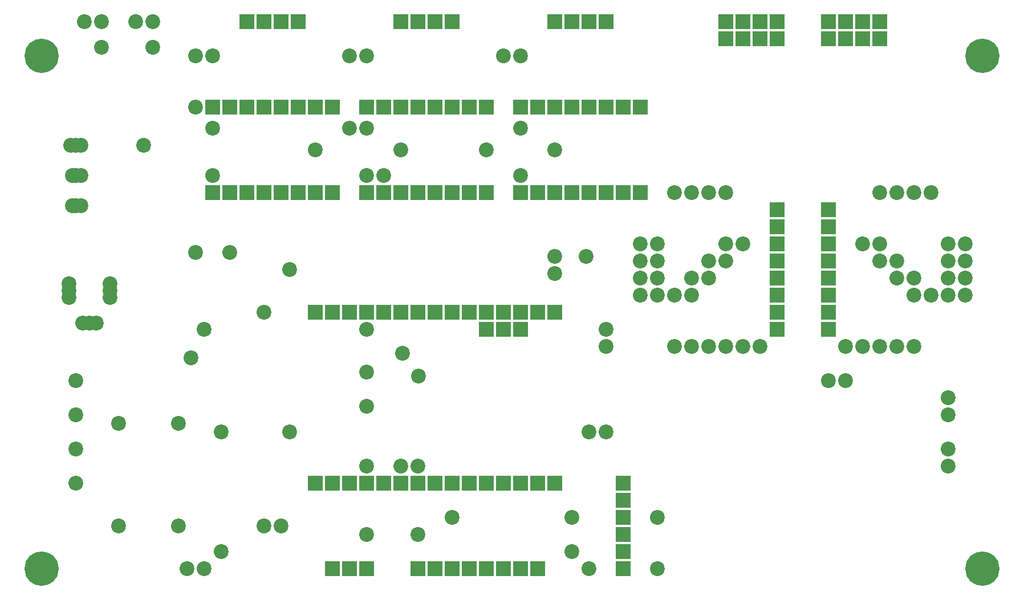
<source format=gbr>
%TF.GenerationSoftware,KiCad,Pcbnew,(5.1.6)-1*%
%TF.CreationDate,2022-03-05T10:06:30-05:00*%
%TF.ProjectId,controller,636f6e74-726f-46c6-9c65-722e6b696361,rev?*%
%TF.SameCoordinates,Original*%
%TF.FileFunction,Soldermask,Bot*%
%TF.FilePolarity,Negative*%
%FSLAX46Y46*%
G04 Gerber Fmt 4.6, Leading zero omitted, Abs format (unit mm)*
G04 Created by KiCad (PCBNEW (5.1.6)-1) date 2022-03-05 10:06:30*
%MOMM*%
%LPD*%
G01*
G04 APERTURE LIST*
%ADD10C,2.200000*%
%ADD11R,2.200000X2.200000*%
%ADD12C,5.100000*%
G04 APERTURE END LIST*
D10*
%TO.C,SW1*%
X10160000Y61540000D03*
X10160000Y66040000D03*
X10160000Y70540000D03*
X10922000Y70540000D03*
X9398000Y70540000D03*
X10922000Y66040000D03*
X9652000Y66040000D03*
X10922000Y61540000D03*
X9652000Y61540000D03*
%TD*%
%TO.C,J11*%
X13208000Y44069000D03*
X12192000Y44069000D03*
X11176000Y44069000D03*
X15240000Y47879000D03*
X15240000Y48895000D03*
X15240000Y49911000D03*
X9144000Y47879000D03*
X9144000Y48895000D03*
X9144000Y49911000D03*
%TD*%
%TO.C,R8*%
X106680000Y55880000D03*
X106680000Y63500000D03*
%TD*%
D11*
%TO.C,J15*%
X109220000Y86360000D03*
X109220000Y88900000D03*
%TD*%
%TO.C,U1*%
X45720000Y20320000D03*
X48260000Y20320000D03*
X50800000Y20320000D03*
X53340000Y20320000D03*
X55880000Y20320000D03*
X58420000Y20320000D03*
X60960000Y20320000D03*
X63500000Y20320000D03*
X66040000Y20320000D03*
X68580000Y20320000D03*
X71120000Y20320000D03*
X73660000Y20320000D03*
X76200000Y20320000D03*
X78740000Y20320000D03*
X81280000Y20320000D03*
X81280000Y45720000D03*
X78740000Y45720000D03*
X76200000Y45720000D03*
X73660000Y45720000D03*
X71120000Y45720000D03*
X68580000Y45720000D03*
X66040000Y45720000D03*
X63500000Y45720000D03*
X60960000Y45720000D03*
X58420000Y45720000D03*
X55880000Y45720000D03*
X53340000Y45720000D03*
X50800000Y45720000D03*
X48260000Y45720000D03*
X45720000Y45720000D03*
%TD*%
D10*
%TO.C,C1*%
X30480000Y83820000D03*
X27940000Y83820000D03*
%TD*%
%TO.C,C2*%
X50800000Y83820000D03*
X53340000Y83820000D03*
%TD*%
%TO.C,C4*%
X81280000Y53975000D03*
X81280000Y51435000D03*
%TD*%
%TO.C,C3*%
X76200000Y83820000D03*
X73660000Y83820000D03*
%TD*%
%TO.C,C6*%
X96520000Y48260000D03*
X93980000Y48260000D03*
%TD*%
%TO.C,C7*%
X93980000Y50800000D03*
X96520000Y50800000D03*
%TD*%
%TO.C,C8*%
X96520000Y53340000D03*
X93980000Y53340000D03*
%TD*%
%TO.C,C9*%
X93980000Y55880000D03*
X96520000Y55880000D03*
%TD*%
%TO.C,C10*%
X139700000Y55880000D03*
X142240000Y55880000D03*
%TD*%
%TO.C,C11*%
X142240000Y53340000D03*
X139700000Y53340000D03*
%TD*%
%TO.C,C12*%
X139700000Y50800000D03*
X142240000Y50800000D03*
%TD*%
%TO.C,C14*%
X142240000Y48260000D03*
X139700000Y48260000D03*
%TD*%
D11*
%TO.C,J8*%
X71120000Y43180000D03*
%TD*%
%TO.C,J9*%
X73660000Y43180000D03*
%TD*%
%TO.C,J10*%
X76200000Y43180000D03*
%TD*%
%TO.C,J14*%
X106680000Y88900000D03*
X106680000Y86360000D03*
%TD*%
%TO.C,J23*%
X53340000Y7620000D03*
X50800000Y7620000D03*
X48260000Y7620000D03*
%TD*%
%TO.C,J22*%
X78740000Y7620000D03*
X76200000Y7620000D03*
X73660000Y7620000D03*
X71120000Y7620000D03*
X68580000Y7620000D03*
X66040000Y7620000D03*
X63500000Y7620000D03*
X60960000Y7620000D03*
%TD*%
%TO.C,J16*%
X111760000Y88900000D03*
X111760000Y86360000D03*
%TD*%
%TO.C,J17*%
X114300000Y88900000D03*
X114300000Y86360000D03*
%TD*%
%TO.C,J18*%
X121920000Y88900000D03*
X121920000Y86360000D03*
%TD*%
%TO.C,J19*%
X124460000Y86360000D03*
X124460000Y88900000D03*
%TD*%
%TO.C,J20*%
X127000000Y86360000D03*
X127000000Y88900000D03*
%TD*%
%TO.C,J21*%
X129540000Y88900000D03*
X129540000Y86360000D03*
%TD*%
%TO.C,M1*%
X48260000Y63500000D03*
X45720000Y63500000D03*
X43180000Y63500000D03*
X40640000Y63500000D03*
X38100000Y63500000D03*
X35560000Y63500000D03*
X33020000Y63500000D03*
X30480000Y63500000D03*
X48260000Y76200000D03*
X45720000Y76200000D03*
X43180000Y76200000D03*
X40640000Y76200000D03*
X38100000Y76200000D03*
X35560000Y76200000D03*
X33020000Y76200000D03*
X30480000Y76200000D03*
%TD*%
%TO.C,M2*%
X71120000Y63500000D03*
X68580000Y63500000D03*
X66040000Y63500000D03*
X63500000Y63500000D03*
X60960000Y63500000D03*
X58420000Y63500000D03*
X55880000Y63500000D03*
X53340000Y63500000D03*
X71120000Y76200000D03*
X68580000Y76200000D03*
X66040000Y76200000D03*
X63500000Y76200000D03*
X60960000Y76200000D03*
X58420000Y76200000D03*
X55880000Y76200000D03*
X53340000Y76200000D03*
%TD*%
%TO.C,M3*%
X76200000Y76200000D03*
X78740000Y76200000D03*
X81280000Y76200000D03*
X83820000Y76200000D03*
X86360000Y76200000D03*
X88900000Y76200000D03*
X91440000Y76200000D03*
X93980000Y76200000D03*
X76200000Y63500000D03*
X78740000Y63500000D03*
X81280000Y63500000D03*
X83820000Y63500000D03*
X86360000Y63500000D03*
X88900000Y63500000D03*
X91440000Y63500000D03*
X93980000Y63500000D03*
%TD*%
%TO.C,M5*%
X91440000Y20320000D03*
X91440000Y17780000D03*
X91440000Y15240000D03*
X91440000Y12700000D03*
X91440000Y10160000D03*
X91440000Y7620000D03*
%TD*%
D10*
%TO.C,R11*%
X96520000Y7620000D03*
X96520000Y15240000D03*
%TD*%
%TO.C,R1*%
X101600000Y40640000D03*
X101600000Y48260000D03*
%TD*%
%TO.C,R2*%
X99060000Y48260000D03*
X99060000Y63500000D03*
%TD*%
%TO.C,R3*%
X104140000Y40640000D03*
X104140000Y50800000D03*
%TD*%
%TO.C,R4*%
X101600000Y50800000D03*
X101600000Y63500000D03*
%TD*%
%TO.C,R5*%
X106680000Y53340000D03*
X106680000Y40640000D03*
%TD*%
%TO.C,R6*%
X104140000Y53340000D03*
X104140000Y63500000D03*
%TD*%
%TO.C,R7*%
X109220000Y55880000D03*
X109220000Y40640000D03*
%TD*%
%TO.C,R9*%
X127000000Y40640000D03*
X127000000Y55880000D03*
%TD*%
%TO.C,R10*%
X129540000Y63500000D03*
X129540000Y55880000D03*
%TD*%
%TO.C,R12*%
X129540000Y40640000D03*
X129540000Y53340000D03*
%TD*%
%TO.C,R13*%
X132080000Y63500000D03*
X132080000Y53340000D03*
%TD*%
%TO.C,R14*%
X132080000Y50800000D03*
X132080000Y40640000D03*
%TD*%
%TO.C,R15*%
X134620000Y63500000D03*
X134620000Y50800000D03*
%TD*%
%TO.C,R16*%
X134620000Y48260000D03*
X134620000Y40640000D03*
%TD*%
%TO.C,R17*%
X137160000Y63500000D03*
X137160000Y48260000D03*
%TD*%
D11*
%TO.C,U2*%
X114300000Y60960000D03*
X121920000Y43180000D03*
X114300000Y58420000D03*
X121920000Y45720000D03*
X114300000Y55880000D03*
X121920000Y48260000D03*
X114300000Y53340000D03*
X121920000Y50800000D03*
X114300000Y50800000D03*
X121920000Y53340000D03*
X114300000Y48260000D03*
X121920000Y55880000D03*
X114300000Y45720000D03*
X121920000Y58420000D03*
X114300000Y43180000D03*
X121920000Y60960000D03*
%TD*%
D10*
%TO.C,C13*%
X124460000Y35560000D03*
X121920000Y35560000D03*
%TD*%
D11*
%TO.C,J1*%
X35560000Y88900000D03*
X38100000Y88900000D03*
X40640000Y88900000D03*
X43180000Y88900000D03*
%TD*%
%TO.C,J2*%
X66040000Y88900000D03*
X63500000Y88900000D03*
X60960000Y88900000D03*
X58420000Y88900000D03*
%TD*%
%TO.C,J3*%
X81280000Y88900000D03*
X83820000Y88900000D03*
X86360000Y88900000D03*
X88900000Y88900000D03*
%TD*%
D10*
%TO.C,J4*%
X11430000Y88900000D03*
X13970000Y88900000D03*
%TD*%
%TO.C,J5*%
X139700000Y22860000D03*
X139700000Y25400000D03*
%TD*%
%TO.C,J6*%
X19050000Y88900000D03*
X21590000Y88900000D03*
%TD*%
%TO.C,J7*%
X139700000Y30480000D03*
X139700000Y33020000D03*
%TD*%
%TO.C,M4*%
X25400000Y29210000D03*
X25400000Y13970000D03*
X16510000Y13970000D03*
X16510000Y29210000D03*
%TD*%
%TO.C,J24*%
X29210000Y7620000D03*
X26670000Y7620000D03*
%TD*%
%TO.C,J12*%
X10160000Y25400000D03*
%TD*%
%TO.C,J13*%
X10160000Y30480000D03*
%TD*%
%TO.C,J25*%
X10160000Y35560000D03*
%TD*%
%TO.C,J26*%
X10160000Y20320000D03*
%TD*%
%TO.C,C15*%
X40640000Y13970000D03*
X38100000Y13970000D03*
%TD*%
%TO.C,C5*%
X33020000Y54610000D03*
X27940000Y54610000D03*
%TD*%
D12*
X5080000Y83820000D03*
X5080000Y7620000D03*
X144780000Y7620000D03*
X144780000Y83820000D03*
D10*
X30480000Y73025000D03*
X50800000Y73025000D03*
X76200000Y73025000D03*
X53340000Y73025000D03*
X27940000Y76200000D03*
X20265000Y70540000D03*
X111760000Y40640000D03*
X45720000Y69850000D03*
X58420000Y69850000D03*
X71120000Y69850000D03*
X81280000Y69850000D03*
X124460000Y40640000D03*
X99060000Y40640000D03*
X85979000Y53975000D03*
X88900000Y43180000D03*
X88900000Y40640000D03*
X88900000Y27940000D03*
X86360000Y27940000D03*
X86360000Y7620000D03*
X41910000Y52070000D03*
X41910000Y27940000D03*
X31750000Y10160000D03*
X31750000Y27940000D03*
X38100000Y45720000D03*
X53340000Y12700000D03*
X61087000Y36195000D03*
X60960000Y22860000D03*
X53340000Y22860000D03*
X53340000Y31750000D03*
X13970000Y85090000D03*
X27235833Y38939990D03*
X53340000Y43180000D03*
X53340000Y36830000D03*
X21590000Y85090000D03*
X29210000Y43180000D03*
X76200000Y66040000D03*
X55880000Y66040000D03*
X53340000Y66040000D03*
X30480000Y66040000D03*
X66040000Y15240000D03*
X66040000Y15240000D03*
X83820000Y15240000D03*
X60960000Y12700000D03*
X83820000Y10160000D03*
X58674000Y39624000D03*
X58420000Y22860000D03*
M02*

</source>
